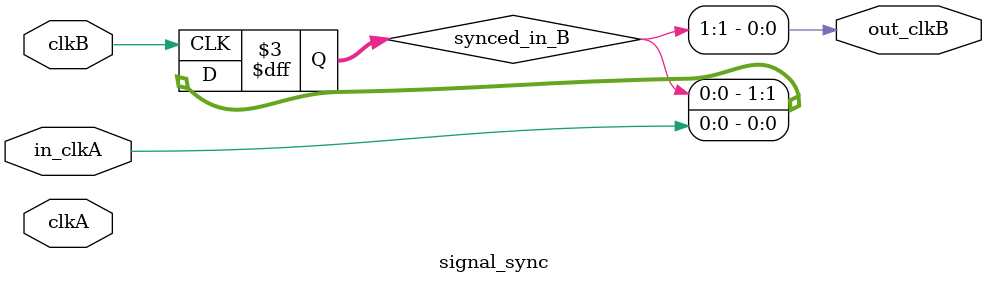
<source format=v>
`timescale 1ns / 1ps
module signal_sync(
		input in_clkA,
		input clkA,
		output out_clkB,
		input clkB
    );

	reg [1:0] synced_in_B = {2{1'b0}};
	always @(posedge clkB) begin
		synced_in_B <= {synced_in_B[0],in_clkA};
	end
	assign out_clkB = synced_in_B[1];

endmodule

</source>
